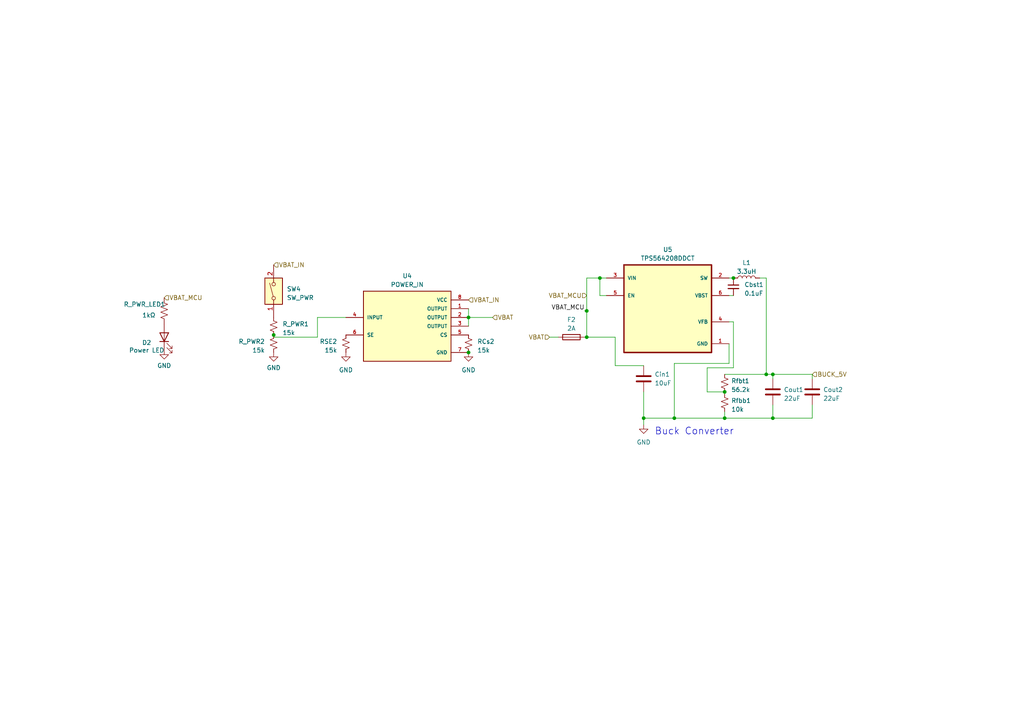
<source format=kicad_sch>
(kicad_sch (version 20230121) (generator eeschema)
  (paper "A4")
  (title_block (title "Buck Converter") (date "2024-01-28") (company "MIT - jntaimo"))
  (lib_symbols
    (symbol "Device:C" (pin_numbers hide) (pin_names (offset 0.254))
      (property "Reference" "C" (at 0.635 2.54 0))
      (property "Value" "C" (at 0.635 -2.54 0))
      (symbol "C_0_1"
        (polyline (pts (xy -2.032 -0.762) (xy 2.032 -0.762)) (stroke (width 0.508)))
        (polyline (pts (xy -2.032 0.762) (xy 2.032 0.762)) (stroke (width 0.508)))
      )
      (symbol "C_1_1"
        (pin passive line (at 0 3.81 270) (length 2.794) (name "~") (number "1"))
        (pin passive line (at 0 -3.81 90) (length 2.794) (name "~") (number "2"))
      )
    )
    (symbol "Device:C_Small" (pin_numbers hide) (pin_names (offset 0.254) hide)
      (property "Reference" "C" (at 0.254 1.778 0))
      (property "Value" "C_Small" (at 0.254 -2.032 0))
      (symbol "C_Small_0_1"
        (polyline (pts (xy -1.524 -0.508) (xy 1.524 -0.508)) (stroke (width 0.3302)))
        (polyline (pts (xy -1.524 0.508) (xy 1.524 0.508)) (stroke (width 0.3048)))
      )
      (symbol "C_Small_1_1"
        (pin passive line (at 0 2.54 270) (length 2.032) (name "~") (number "1"))
        (pin passive line (at 0 -2.54 90) (length 2.032) (name "~") (number "2"))
      )
    )
    (symbol "Device:Fuse" (pin_numbers hide) (pin_names (offset 0))
      (property "Reference" "F" (at 2.032 0 90))
      (property "Value" "Fuse" (at -1.905 0 90))
      (symbol "Fuse_0_1"
        (rectangle (start -0.762 -2.54) (end 0.762 2.54) (stroke (width 0.254)))
        (polyline (pts (xy 0 2.54) (xy 0 -2.54)))
      )
      (symbol "Fuse_1_1"
        (pin passive line (at 0 3.81 270) (length 1.27) (name "~") (number "1"))
        (pin passive line (at 0 -3.81 90) (length 1.27) (name "~") (number "2"))
      )
    )
    (symbol "Device:L" (pin_numbers hide) (pin_names (offset 1.016) hide)
      (property "Reference" "L" (at -1.27 0 90))
      (property "Value" "L" (at 1.905 0 90))
      (symbol "L_0_1"
        (arc (start 0 -2.54) (mid 0.6323 -1.905) (end 0 -1.27))
        (arc (start 0 -1.27) (mid 0.6323 -0.635) (end 0 0))
        (arc (start 0 0) (mid 0.6323 0.635) (end 0 1.27))
        (arc (start 0 1.27) (mid 0.6323 1.905) (end 0 2.54))
      )
      (symbol "L_1_1"
        (pin passive line (at 0 3.81 270) (length 1.27) (name "1") (number "1"))
        (pin passive line (at 0 -3.81 90) (length 1.27) (name "2") (number "2"))
      )
    )
    (symbol "Device:LED" (pin_numbers hide) (pin_names (offset 1.016) hide)
      (property "Reference" "D" (at 0 2.54 0))
      (property "Value" "LED" (at 0 -2.54 0))
      (symbol "LED_0_1"
        (polyline (pts (xy -1.27 -1.27) (xy -1.27 1.27)) (stroke (width 0.254)))
        (polyline (pts (xy -1.27 0) (xy 1.27 0)))
        (polyline (pts (xy 1.27 -1.27) (xy 1.27 1.27) (xy -1.27 0) (xy 1.27 -1.27)) (stroke (width 0.254)))
        (polyline (pts (xy -3.048 -0.762) (xy -4.572 -2.286) (xy -3.81 -2.286) (xy -4.572 -2.286) (xy -4.572 -1.524)))
        (polyline (pts (xy -1.778 -0.762) (xy -3.302 -2.286) (xy -2.54 -2.286) (xy -3.302 -2.286) (xy -3.302 -1.524)))
      )
      (symbol "LED_1_1"
        (pin passive line (at -3.81 0 0) (length 2.54) (name "K") (number "1"))
        (pin passive line (at 3.81 0 180) (length 2.54) (name "A") (number "2"))
      )
    )
    (symbol "Device:R_Small_US" (pin_numbers hide) (pin_names (offset 0.254) hide)
      (property "Reference" "R" (at 0.762 0.508 0))
      (property "Value" "R_Small_US" (at 0.762 -1.016 0))
      (symbol "R_Small_US_1_1"
        (polyline (pts (xy 0 0) (xy 1.016 -0.381) (xy 0 -0.762) (xy -1.016 -1.143) (xy 0 -1.524)))
        (polyline (pts (xy 0 1.524) (xy 1.016 1.143) (xy 0 0.762) (xy -1.016 0.381) (xy 0 0)))
        (pin passive line (at 0 2.54 270) (length 1.016) (name "~") (number "1"))
        (pin passive line (at 0 -2.54 90) (length 1.016) (name "~") (number "2"))
      )
    )
    (symbol "Device:R_US" (pin_numbers hide) (pin_names (offset 0))
      (property "Reference" "R" (at 2.54 0 90))
      (property "Value" "R_US" (at -2.54 0 90))
      (symbol "R_US_0_1"
        (polyline (pts (xy 0 -2.286) (xy 0 -2.54)))
        (polyline (pts (xy 0 2.286) (xy 0 2.54)))
        (polyline (pts (xy 0 -0.762) (xy 1.016 -1.143) (xy 0 -1.524) (xy -1.016 -1.905) (xy 0 -2.286)))
        (polyline (pts (xy 0 0.762) (xy 1.016 0.381) (xy 0 0) (xy -1.016 -0.381) (xy 0 -0.762)))
        (polyline (pts (xy 0 2.286) (xy 1.016 1.905) (xy 0 1.524) (xy -1.016 1.143) (xy 0 0.762)))
      )
      (symbol "R_US_1_1"
        (pin passive line (at 0 3.81 270) (length 1.27) (name "~") (number "1"))
        (pin passive line (at 0 -3.81 90) (length 1.27) (name "~") (number "2"))
      )
    )
    (symbol "Switch:SW_DIP_x01" (pin_names (offset 0) hide)
      (property "Reference" "SW" (at 0 3.81 0))
      (property "Value" "SW_DIP_x01" (at 0 -3.81 0))
      (symbol "SW_DIP_x01_0_0"
        (circle (center -2.032 0) (radius 0.508))
        (polyline (pts (xy -1.524 0.127) (xy 2.3622 1.1684)))
        (circle (center 2.032 0) (radius 0.508))
      )
      (symbol "SW_DIP_x01_0_1"
        (rectangle (start -3.81 2.54) (end 3.81 -2.54) (stroke (width 0.254)) (fill (type background)))
      )
      (symbol "SW_DIP_x01_1_1"
        (pin passive line (at -7.62 0 0) (length 5.08) (name "~") (number "1"))
        (pin passive line (at 7.62 0 180) (length 5.08) (name "~") (number "2"))
      )
    )
    (symbol "TPS564208DDCT:TPS564208DDCT" (pin_names (offset 1.016))
      (property "Reference" "U" (at -12.7 13.7 0))
      (property "Value" "TPS564208DDCT" (at -12.7 -16.7 0))
      (symbol "TPS564208DDCT_0_0"
        (rectangle (start -12.7 12.7) (end 12.7 -12.7) (stroke (width 0.41)) (fill (type background)))
        (pin power_in line (at 17.78 -10.16 180) (length 5.08) (name "GND") (number "1"))
        (pin input line (at -17.78 8.89 0) (length 5.08) (name "VIN") (number "3"))
        (pin input line (at -17.78 3.81 0) (length 5.08) (name "EN") (number "5"))
      )
      (symbol "TPS564208DDCT_1_0"
        (pin bidirectional line (at 17.78 8.89 180) (length 5.08) (name "SW") (number "2"))
        (pin input line (at 17.78 -3.81 180) (length 5.08) (name "VFB") (number "4"))
        (pin input line (at 17.78 3.81 180) (length 5.08) (name "VBST") (number "6"))
      )
    )
    (symbol "VN7007CHTR_1" (pin_names (offset 1.016))
      (property "Reference" "U" (at -12.7 12.7 0))
      (property "Value" "VN7007CHTR" (at -6.35 11.43 0))
      (symbol "VN7007CHTR_1_0_0"
        (rectangle (start -12.7 10.16) (end 12.7 -10.16) (stroke (width 0.254)) (fill (type background)))
        (pin output line (at 17.78 5.08 180) (length 5.08) (name "OUTPUT") (number "1"))
        (pin output line (at 17.78 2.54 180) (length 5.08) (name "OUTPUT") (number "2"))
        (pin output line (at 17.78 0 180) (length 5.08) (name "OUTPUT") (number "3"))
        (pin input line (at -17.78 2.54 0) (length 5.08) (name "INPUT") (number "4"))
        (pin output line (at 17.78 -2.54 180) (length 5.08) (name "CS") (number "5"))
        (pin input line (at -17.78 -2.54 0) (length 5.08) (name "SE") (number "6"))
        (pin power_in line (at 17.78 -7.62 180) (length 5.08) (name "GND") (number "7"))
        (pin power_in line (at 17.78 7.62 180) (length 5.08) (name "VCC") (number "8"))
      )
    )
    (symbol "power:GND" (power) (pin_names (offset 0))
      (property "Value" "GND" (at 0 -3.81 0))
      (symbol "GND_0_1"
        (polyline (pts (xy 0 0) (xy 0 -1.27) (xy 1.27 -1.27) (xy 0 -2.54) (xy -1.27 -1.27) (xy 0 -1.27)))
      )
      (symbol "GND_1_1"
        (pin power_in line (at 0 0 270) (length 0) hide (name "GND") (number "1"))
      )
    )
  )
  (junction (at 186.69 121.285))
  (junction (at 222.25 108.585))
  (junction (at 212.725 80.645))
  (junction (at 170.18 97.79))
  (junction (at 170.18 90.17))
  (junction (at 135.89 92.075))
  (junction (at 224.155 108.585))
  (junction (at 79.375 97.155))
  (junction (at 195.58 121.285))
  (junction (at 135.89 102.235))
  (junction (at 210.185 113.665))
  (junction (at 210.185 121.285))
  (junction (at 224.155 121.285))
  (junction (at 173.99 80.645))
  (wire (pts (xy 210.185 119.38) (xy 210.185 121.285)))
  (wire (pts (xy 135.89 92.075) (xy 142.875 92.075)))
  (wire (pts (xy 222.25 108.585) (xy 224.155 108.585)))
  (wire (pts (xy 211.455 105.41) (xy 195.58 105.41)))
  (wire (pts (xy 178.435 106.045) (xy 186.69 106.045)))
  (wire (pts (xy 211.455 93.345) (xy 212.725 93.345)))
  (wire (pts (xy 235.585 117.475) (xy 235.585 121.285)))
  (wire (pts (xy 135.89 89.535) (xy 135.89 92.075)))
  (wire (pts (xy 135.89 92.075) (xy 135.89 94.615)))
  (wire (pts (xy 211.455 85.725) (xy 212.725 85.725)))
  (wire (pts (xy 211.455 80.645) (xy 212.725 80.645)))
  (wire (pts (xy 222.25 80.645) (xy 222.25 108.585)))
  (wire (pts (xy 186.69 113.665) (xy 186.69 121.285)))
  (wire (pts (xy 173.99 80.645) (xy 173.99 85.725)))
  (wire (pts (xy 205.105 113.665) (xy 210.185 113.665)))
  (wire (pts (xy 235.585 108.585) (xy 235.585 109.855)))
  (wire (pts (xy 210.185 121.285) (xy 224.155 121.285)))
  (wire (pts (xy 211.455 99.695) (xy 211.455 105.41)))
  (wire (pts (xy 222.25 80.645) (xy 220.345 80.645)))
  (wire (pts (xy 224.155 121.285) (xy 224.155 117.475)))
  (wire (pts (xy 170.18 90.17) (xy 170.18 80.645)))
  (wire (pts (xy 210.185 113.665) (xy 210.185 114.3)))
  (wire (pts (xy 79.375 97.79) (xy 79.375 97.155)))
  (wire (pts (xy 169.545 97.79) (xy 170.18 97.79)))
  (wire (pts (xy 173.99 80.645) (xy 175.895 80.645)))
  (wire (pts (xy 186.69 121.285) (xy 195.58 121.285)))
  (wire (pts (xy 178.435 97.79) (xy 170.18 97.79)))
  (wire (pts (xy 169.545 90.17) (xy 170.18 90.17)))
  (wire (pts (xy 212.725 106.68) (xy 205.105 106.68)))
  (wire (pts (xy 224.155 108.585) (xy 224.155 109.855)))
  (wire (pts (xy 205.105 106.68) (xy 205.105 113.665)))
  (wire (pts (xy 79.375 97.79) (xy 92.075 97.79)))
  (wire (pts (xy 224.155 108.585) (xy 235.585 108.585)))
  (wire (pts (xy 195.58 121.285) (xy 210.185 121.285)))
  (wire (pts (xy 186.69 123.19) (xy 186.69 121.285)))
  (wire (pts (xy 170.18 80.645) (xy 173.99 80.645)))
  (wire (pts (xy 161.925 97.79) (xy 159.385 97.79)))
  (wire (pts (xy 170.18 90.17) (xy 170.18 97.79)))
  (wire (pts (xy 235.585 121.285) (xy 224.155 121.285)))
  (wire (pts (xy 92.075 97.79) (xy 92.075 92.075)))
  (wire (pts (xy 92.075 92.075) (xy 100.33 92.075)))
  (wire (pts (xy 195.58 105.41) (xy 195.58 121.285)))
  (wire (pts (xy 178.435 97.79) (xy 178.435 106.045)))
  (wire (pts (xy 173.99 85.725) (xy 175.895 85.725)))
  (wire (pts (xy 212.725 93.345) (xy 212.725 106.68)))
  (wire (pts (xy 210.185 108.585) (xy 222.25 108.585)))
  (text "Buck Converter" (at 189.865 126.365 0) (effects (font (size 2 2)) (justify left bottom)))
  (label "VBAT_MCU" (at 169.545 90.17 180))
  (hierarchical_label "VBAT_IN" (shape input) (at 135.89 86.995 0))
  (hierarchical_label "VBAT_MCU" (shape input) (at 170.18 85.725 180))
  (hierarchical_label "VBAT_MCU" (shape input) (at 47.625 86.36 0))
  (hierarchical_label "VBAT_IN" (shape input) (at 79.375 76.835 0))
  (hierarchical_label "VBAT" (shape input) (at 142.875 92.075 0))
  (hierarchical_label "BUCK_5V" (shape input) (at 235.585 108.585 0))
  (hierarchical_label "VBAT" (shape input) (at 159.385 97.79 180))
  (symbol (lib_id "power:GND") (at 100.33 102.235 0) (unit 1)
    (property "Reference" "#PWR049" (effects hide))
    (property "Value" "GND" (at 100.33 107.315 0))
    (instances (project "2.12 Mobile Robot" (path "" (reference "#PWR049") (unit 1))) (project "Segway V7" (path "" (reference "#PWR037") (unit 1))))
  )
  (symbol (lib_id "Device:C") (at 186.69 109.855 0) (unit 1)
    (property "Reference" "Cin1" (at 189.865 108.585 0) (effects (justify left)))
    (property "Value" "10uF" (at 189.865 111.125 0) (effects (justify left)))
    (property "Footprint" "Capacitor_SMD:C_1210_3225Metric" (effects hide))
    (property "MPN" "C39232" (effects hide))
  )
  (symbol (lib_id "Switch:SW_DIP_x01") (at 79.375 84.455 90) (unit 1)
    (property "Reference" "SW4" (at 83.185 83.82 90) (effects (justify right)))
    (property "Value" "SW_PWR" (at 83.185 86.36 90) (effects (justify right)))
    (property "Footprint" "Connector_JST:JST_PH_B2B-PH-SM4-TB_1x02-1MP_P2.00mm_Vertical" (effects hide))
    (property "MPN" "C160352" (effects hide))
    (instances (project "2.12 Mobile Robot" (path "" (reference "SW4") (unit 1))) (project "Segway V7" (path "" (reference "SW1") (unit 1))))
  )
  (symbol (lib_id "Device:C") (at 224.155 113.665 0) (unit 1)
    (property "Reference" "Cout1" (at 227.33 113.03 0) (effects (justify left)))
    (property "Value" "22uF" (at 227.33 115.57 0) (effects (justify left)))
    (property "Footprint" "Capacitor_SMD:C_1210_3225Metric" (effects hide))
    (property "MPN" "C65428" (effects hide))
  )
  (symbol (lib_id "Device:R_Small_US") (at 210.185 111.125 0) (unit 1)
    (property "Reference" "Rfbt1" (at 212.09 110.49 0) (effects (justify left)))
    (property "Value" "56.2k" (at 212.09 113.03 0) (effects (justify left)))
    (property "Footprint" "Resistor_SMD:R_0402_1005Metric" (effects hide))
    (property "MPN" "C183355" (effects hide))
  )
  (symbol (lib_id "Device:L") (at 216.535 80.645 90) (unit 1)
    (property "Reference" "L1" (at 216.535 76.2 90))
    (property "Value" "3.3uH" (at 216.535 78.74 90))
    (property "Footprint" "Inductor_SMD:L_Vishay_IHLP-4040" (effects hide))
    (property "Datasheet" "https://datasheet.lcsc.com/lcsc/2111161830_Vishay-Intertech-IHLP4040DZER3R3M01_C845075.pdf" (effects hide))
    (property "MPN" "C845075" (effects hide))
  )
  (symbol (lib_id "Device:R_US") (at 47.625 90.17 180) (unit 1)
    (property "Reference" "R_PWR_LED1" (at 41.91 88.265 0))
    (property "Value" "1kΩ" (at 43.18 91.44 0))
    (property "Footprint" "Resistor_SMD:R_0402_1005Metric" (effects hide))
    (property "MPN" "C21190" (effects hide))
  )
  (symbol (lib_id "Device:C_Small") (at 212.725 83.185 0) (unit 1)
    (property "Reference" "Cbst1" (at 215.9 82.5563 0) (effects (justify left)))
    (property "Value" "0.1uF" (at 215.9 85.0963 0) (effects (justify left)))
    (property "Footprint" "Capacitor_SMD:C_0805_2012Metric" (effects hide))
    (property "MPN" "C519981" (effects hide))
  )
  (symbol (lib_id "power:GND") (at 79.375 102.235 0) (unit 1)
    (property "Reference" "#PWR050" (effects hide))
    (property "Value" "GND" (at 79.375 106.68 0))
    (instances (project "2.12 Mobile Robot" (path "" (reference "#PWR050") (unit 1))) (project "Segway V7" (path "" (reference "#PWR059") (unit 1))))
  )
  (symbol (lib_id "power:GND") (at 47.625 101.6 0) (unit 1)
    (property "Reference" "#PWR047" (effects hide))
    (property "Value" "GND" (at 47.625 106.045 0))
    (instances (project "2.12 Mobile Robot" (path "" (reference "#PWR047") (unit 1))) (project "Segway V7" (path "" (reference "#PWR038") (unit 1))))
  )
  (symbol (lib_id "Device:C") (at 235.585 113.665 0) (unit 1)
    (property "Reference" "Cout2" (at 238.76 113.03 0) (effects (justify left)))
    (property "Value" "22uF" (at 238.76 115.57 0) (effects (justify left)))
    (property "Footprint" "Capacitor_SMD:C_1210_3225Metric" (effects hide))
    (property "MPN" "C65428" (effects hide))
  )
  (symbol (lib_id "Device:R_Small_US") (at 79.375 99.695 0) (mirror y) (unit 1)
    (property "Reference" "R_PWR2" (at 76.835 99.06 0) (effects (justify left)))
    (property "Value" "15k" (at 76.835 101.6 0) (effects (justify left)))
    (property "Footprint" "Resistor_SMD:R_0402_1005Metric" (effects hide))
    (property "MPN" "C25756" (effects hide))
  )
  (symbol (lib_id "power:GND") (at 186.69 123.19 0) (unit 1)
    (property "Reference" "#PWR052" (effects hide))
    (property "Value" "GND" (at 186.69 128.27 0))
    (instances (project "2.12 Mobile Robot" (path "" (reference "#PWR052") (unit 1))) (project "Segway V7" (path "" (reference "#PWR039") (unit 1))))
  )
  (symbol (lib_id "Device:R_Small_US") (at 100.33 99.695 0) (mirror y) (unit 1)
    (property "Reference" "RSE2" (at 97.79 99.06 0) (effects (justify left)))
    (property "Value" "15k" (at 97.79 101.6 0) (effects (justify left)))
    (property "Footprint" "Resistor_SMD:R_0402_1005Metric" (effects hide))
    (property "MPN" "C25756" (effects hide))
    (instances (project "2.12 Mobile Robot" (path "" (reference "RSE2") (unit 1))) (project "Segway V7" (path "" (reference "RSE1") (unit 1))))
  )
  (symbol (lib_id "Device:R_Small_US") (at 79.375 94.615 0) (unit 1)
    (property "Reference" "R_PWR1" (at 81.915 93.98 0) (effects (justify left)))
    (property "Value" "15k" (at 81.915 96.52 0) (effects (justify left)))
    (property "Footprint" "Resistor_SMD:R_0402_1005Metric" (effects hide))
    (property "MPN" "C25756" (effects hide))
  )
  (symbol (lib_name "VN7007CHTR_1") (lib_id "Power_Management:VN7007CHTR") (at 118.11 94.615 0) (unit 1)
    (property "Reference" "U4" (at 118.11 80.01 0))
    (property "Value" "POWER_IN" (at 118.11 82.55 0))
    (property "Footprint" "2.004:DPAK85P972X240-8N" (effects hide))
    (property "MPN" "C2150194" (effects hide))
    (property "MF" "STMicroelectronics" (effects hide))
    (property "MAXIMUM_PACKAGE_HEIGHT" "2.40mm" (effects hide))
    (property "Package" "OctaPAK STMicroelectronics" (effects hide))
    (property "Price" "None" (effects hide))
    (property "Check_prices" "https://www.snapeda.com/parts/VN7007AHTR/STMicroelectronics/view-part/?ref=eda" (effects hide))
    (property "STANDARD" "IPC-7351B" (effects hide))
    (property "PARTREV" "3" (effects hide))
    (property "SnapEDA_Link" "https://www.snapeda.com/parts/VN7007AHTR/STMicroelectronics/view-part/?ref=snap" (effects hide))
    (property "MP" "VN7007AHTR" (effects hide))
    (property "Purchase-URL" "https://www.snapeda.com/api/url_track_click_mouser/?unipart_id=899347&manufacturer=STMicroelectronics&part_name=VN7007AHTR&search_term=None" (effects hide))
    (property "Description" "\nPower Switch/Driver 1:1 N-Channel 100A OctaPAK 7+1\n" (effects hide))
    (property "Availability" "In Stock" (effects hide))
    (property "MANUFACTURER" "Amphenol" (effects hide))
    (instances (project "2.12 Mobile Robot" (path "" (reference "U4") (unit 1))) (project "Segway V7" (path "" (reference "U5") (unit 1))))
  )
  (symbol (lib_id "Device:R_Small_US") (at 135.89 99.695 0) (unit 1)
    (property "Reference" "RCs2" (at 138.43 99.06 0) (effects (justify left)))
    (property "Value" "15k" (at 138.43 101.6 0) (effects (justify left)))
    (property "Footprint" "Resistor_SMD:R_0402_1005Metric" (effects hide))
    (property "MPN" "C25756" (effects hide))
    (instances (project "2.12 Mobile Robot" (path "" (reference "RCs2") (unit 1))) (project "Segway V7" (path "" (reference "RCs1") (unit 1))))
  )
  (symbol (lib_id "TPS564208DDCT:TPS564208DDCT") (at 193.675 89.535 0) (unit 1)
    (property "Reference" "U5" (at 193.675 72.39 0))
    (property "Value" "TPS564208DDCT" (at 193.675 74.93 0))
    (property "Footprint" "2.004:SOT95P280X110-6N" (effects hide))
    (property "Datasheet" "https://datasheet.lcsc.com/lcsc/2302221300_Texas-Instruments-TPS564208DDCT_C2070774.pdf" (effects hide))
    (property "MPN" "C2070774" (effects hide))
    (instances (project "2.12 Mobile Robot" (path "" (reference "U5") (unit 1))) (project "Segway V7" (path "" (reference "U3") (unit 1))))
  )
  (symbol (lib_id "Device:LED") (at 47.625 97.79 90) (unit 1)
    (property "Reference" "D2" (at 42.545 99.3775 90))
    (property "Value" "Power LED" (at 42.545 101.6 90))
    (property "Footprint" "LED_SMD:LED_0603_1608Metric" (effects hide))
    (property "MPN" "C84263" (effects hide))
  )
  (symbol (lib_id "Device:R_Small_US") (at 210.185 116.84 0) (unit 1)
    (property "Reference" "Rfbb1" (at 212.09 116.205 0) (effects (justify left)))
    (property "Value" "10k" (at 212.09 118.745 0) (effects (justify left)))
    (property "Footprint" "Resistor_SMD:R_0402_1005Metric" (effects hide))
    (property "MPN" "C144807" (effects hide))
  )
  (symbol (lib_id "Device:Fuse") (at 165.735 97.79 90) (unit 1)
    (property "Reference" "F2" (at 165.735 92.71 90))
    (property "Value" "2A" (at 165.735 95.25 90))
    (property "Footprint" "Fuse:Fuse_1206_3216Metric" (effects hide))
    (property "Datasheet" "https://datasheet.lcsc.com/lcsc/1912111437_Shenzhen-Jinkaisheng-Elec-12-100-2_C355683.pdf" (effects hide))
    (property "MPN" "C355683" (effects hide))
    (instances (project "2.12 Mobile Robot" (path "" (reference "F2") (unit 1))) (project "Segway V7" (path "" (reference "F1") (unit 1))))
  )
  (symbol (lib_id "power:GND") (at 135.89 102.235 0) (unit 1)
    (property "Reference" "#PWR051" (effects hide))
    (property "Value" "GND" (at 135.89 107.315 0))
    (instances (project "2.12 Mobile Robot" (path "" (reference "#PWR051") (unit 1))) (project "Segway V7" (path "" (reference "#PWR031") (unit 1))))
  )
)
</source>
